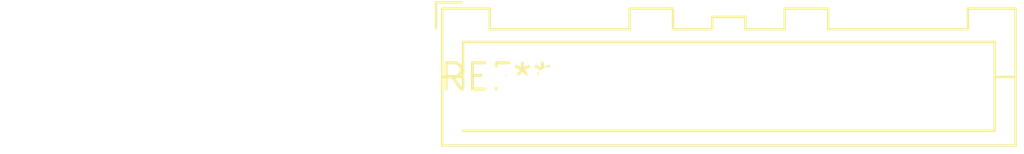
<source format=kicad_pcb>
(kicad_pcb (version 20240108) (generator pcbnew)
  (layers (0 "F.Cu" signal) (31 "B.Cu" signal) (34 "B.Paste" user) (35 "F.Paste" user) (36 "B.SilkS" user "B.Silkscreen") (37 "F.SilkS" user "F.Silkscreen") (38 "B.Mask" user) (39 "F.Mask" user) (44 "Edge.Cuts" user))
  (net 0 "")
  (footprint "JST_XA_B10B-XASK-1-A_1x10_P2.50mm_Vertical" (layer "F.Cu") (at 0 0)
    (property "Reference" "REF**")
    (property "Value" "JST_XA_B10B-XASK-1-A_1x10_P2.50mm_Vertical")
    (fp_line (start -2.91 -3.61) (end -2.91 -2.36) (layer "F.SilkS") (stroke (width 0.12)))
    (fp_line (start -2.61 -3.31) (end -2.61 3.31) (layer "F.SilkS") (stroke (width 0.12)))
    (fp_line (start -2.61 0) (end -1.6 0) (layer "F.SilkS") (stroke (width 0.12)))
    (fp_line (start -2.61 3.31) (end 25.11 3.31) (layer "F.SilkS") (stroke (width 0.12)))
    (fp_line (start -1.66 -3.61) (end -2.91 -3.61) (layer "F.SilkS") (stroke (width 0.12)))
    (fp_line (start -1.6 -1.7) (end 24.1 -1.7) (layer "F.SilkS") (stroke (width 0.12)))
    (fp_line (start -1.6 0.6) (end -1.6 -1.7) (layer "F.SilkS") (stroke (width 0.12)))
    (fp_line (start -0.31 -3.31) (end -2.61 -3.31) (layer "F.SilkS") (stroke (width 0.12)))
    (fp_line (start -0.31 -2.31) (end -0.31 -3.31) (layer "F.SilkS") (stroke (width 0.12)))
    (fp_line (start 6.45 -3.31) (end 6.45 -2.31) (layer "F.SilkS") (stroke (width 0.12)))
    (fp_line (start 6.45 -2.31) (end -0.31 -2.31) (layer "F.SilkS") (stroke (width 0.12)))
    (fp_line (start 8.55 -3.31) (end 6.45 -3.31) (layer "F.SilkS") (stroke (width 0.12)))
    (fp_line (start 8.55 -2.31) (end 8.55 -3.31) (layer "F.SilkS") (stroke (width 0.12)))
    (fp_line (start 10.45 -2.91) (end 10.45 -2.31) (layer "F.SilkS") (stroke (width 0.12)))
    (fp_line (start 10.45 -2.31) (end 8.55 -2.31) (layer "F.SilkS") (stroke (width 0.12)))
    (fp_line (start 12.05 -2.91) (end 10.45 -2.91) (layer "F.SilkS") (stroke (width 0.12)))
    (fp_line (start 12.05 -2.31) (end 12.05 -2.91) (layer "F.SilkS") (stroke (width 0.12)))
    (fp_line (start 13.95 -3.31) (end 13.95 -2.31) (layer "F.SilkS") (stroke (width 0.12)))
    (fp_line (start 13.95 -2.31) (end 12.05 -2.31) (layer "F.SilkS") (stroke (width 0.12)))
    (fp_line (start 16.05 -3.31) (end 13.95 -3.31) (layer "F.SilkS") (stroke (width 0.12)))
    (fp_line (start 16.05 -2.31) (end 16.05 -3.31) (layer "F.SilkS") (stroke (width 0.12)))
    (fp_line (start 22.81 -3.31) (end 22.81 -2.31) (layer "F.SilkS") (stroke (width 0.12)))
    (fp_line (start 22.81 -2.31) (end 16.05 -2.31) (layer "F.SilkS") (stroke (width 0.12)))
    (fp_line (start 24.1 -1.7) (end 24.1 2.6) (layer "F.SilkS") (stroke (width 0.12)))
    (fp_line (start 24.1 2.6) (end -1.6 2.6) (layer "F.SilkS") (stroke (width 0.12)))
    (fp_line (start 25.11 -3.31) (end 22.81 -3.31) (layer "F.SilkS") (stroke (width 0.12)))
    (fp_line (start 25.11 0) (end 24.1 0) (layer "F.SilkS") (stroke (width 0.12)))
    (fp_line (start 25.11 3.31) (end 25.11 -3.31) (layer "F.SilkS") (stroke (width 0.12)))
    (pad "" np_thru_hole circle (at -1.6 1.6) (size 1.25 1.25) (drill 1.25) (layers *.Cu *.Mask))
    (pad "1" thru_hole roundrect (at 0 0) (size 1.7 1.95) (drill 0.95) (layers *.Cu *.Mask) (remove_unused_layers) (roundrect_rratio 0.147059))
    (pad "2" thru_hole oval (at 2.5 0) (size 1.7 1.95) (drill 0.95) (layers *.Cu *.Mask) (remove_unused_layers))
    (pad "3" thru_hole oval (at 5 0) (size 1.7 1.95) (drill 0.95) (layers *.Cu *.Mask) (remove_unused_layers))
    (pad "4" thru_hole oval (at 7.5 0) (size 1.7 1.95) (drill 0.95) (layers *.Cu *.Mask) (remove_unused_layers))
    (pad "5" thru_hole oval (at 10 0) (size 1.7 1.95) (drill 0.95) (layers *.Cu *.Mask) (remove_unused_layers))
    (pad "6" thru_hole oval (at 12.5 0) (size 1.7 1.95) (drill 0.95) (layers *.Cu *.Mask) (remove_unused_layers))
    (pad "7" thru_hole oval (at 15 0) (size 1.7 1.95) (drill 0.95) (layers *.Cu *.Mask) (remove_unused_layers))
    (pad "8" thru_hole oval (at 17.5 0) (size 1.7 1.95) (drill 0.95) (layers *.Cu *.Mask) (remove_unused_layers))
    (pad "9" thru_hole oval (at 20 0) (size 1.7 1.95) (drill 0.95) (layers *.Cu *.Mask) (remove_unused_layers))
    (pad "10" thru_hole oval (at 22.5 0) (size 1.7 1.95) (drill 0.95) (layers *.Cu *.Mask) (remove_unused_layers))
  )
)
</source>
